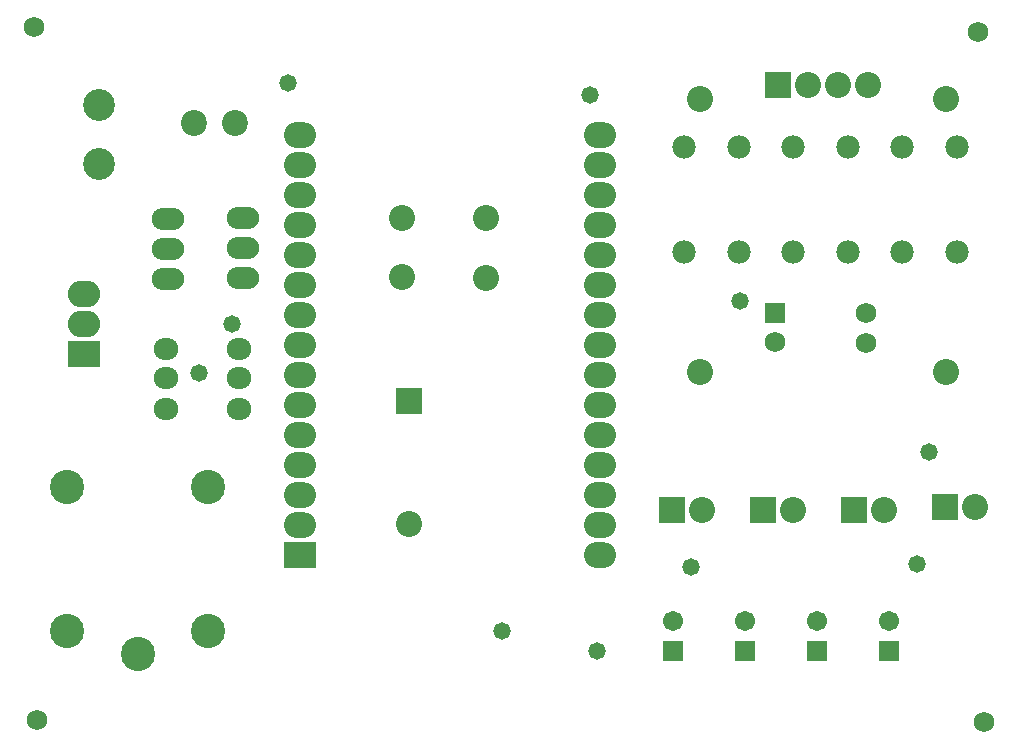
<source format=gbs>
G04*
G04 #@! TF.GenerationSoftware,Altium Limited,Altium Designer,21.3.2 (30)*
G04*
G04 Layer_Color=16711935*
%FSTAX24Y24*%
%MOIN*%
G70*
G04*
G04 #@! TF.SameCoordinates,FD8D8422-8178-4DE3-8D18-A0C0927E7843*
G04*
G04*
G04 #@! TF.FilePolarity,Negative*
G04*
G01*
G75*
%ADD24C,0.0680*%
%ADD25C,0.1064*%
%ADD26O,0.0830X0.0730*%
%ADD27O,0.1080X0.0740*%
%ADD28R,0.1080X0.0880*%
%ADD29O,0.1080X0.0880*%
%ADD30R,0.0867X0.0867*%
%ADD31C,0.0867*%
%ADD32C,0.0867*%
%ADD33C,0.0866*%
%ADD34C,0.0780*%
%ADD35O,0.1064X0.0867*%
%ADD36R,0.1064X0.0867*%
%ADD37R,0.0671X0.0671*%
%ADD38C,0.0671*%
%ADD39C,0.1140*%
%ADD40R,0.0680X0.0680*%
%ADD41R,0.0867X0.0867*%
%ADD42C,0.0580*%
D24*
X02875Y02D02*
D03*
X0603Y01995D02*
D03*
X0601Y04295D02*
D03*
X02865Y0431D02*
D03*
X053351Y032603D02*
D03*
X05636Y032591D02*
D03*
Y033594D02*
D03*
D25*
X030787Y04051D02*
D03*
Y038542D02*
D03*
D26*
X035478Y03238D02*
D03*
Y0314D02*
D03*
Y03039D02*
D03*
X03305Y03238D02*
D03*
Y0314D02*
D03*
Y03039D02*
D03*
D27*
X0331Y0367D02*
D03*
Y0357D02*
D03*
Y0347D02*
D03*
X035603Y03675D02*
D03*
Y03575D02*
D03*
Y03475D02*
D03*
D28*
X0303Y0322D02*
D03*
D29*
Y0332D02*
D03*
Y0342D02*
D03*
D30*
X0499Y027D02*
D03*
X05345Y041175D02*
D03*
X052933Y027D02*
D03*
X055967D02*
D03*
X059Y0271D02*
D03*
D31*
X0509Y027D02*
D03*
X05445Y041175D02*
D03*
X05545D02*
D03*
X05645D02*
D03*
X0409Y03675D02*
D03*
Y034769D02*
D03*
X0437Y036741D02*
D03*
Y034759D02*
D03*
X053933Y027D02*
D03*
X056967D02*
D03*
X04115Y026541D02*
D03*
X06Y0271D02*
D03*
D32*
X05085Y040725D02*
D03*
X05905D02*
D03*
Y031625D02*
D03*
X05085D02*
D03*
D33*
X033963Y0399D02*
D03*
X035337D02*
D03*
D34*
X0503Y0356D02*
D03*
Y0391D02*
D03*
X05212Y0356D02*
D03*
Y0391D02*
D03*
X05576Y0356D02*
D03*
Y0391D02*
D03*
X05394Y0356D02*
D03*
Y0391D02*
D03*
X05758Y0356D02*
D03*
Y0391D02*
D03*
X0594Y0356D02*
D03*
Y0391D02*
D03*
D35*
X0475Y0365D02*
D03*
Y0335D02*
D03*
Y0345D02*
D03*
Y0355D02*
D03*
Y0325D02*
D03*
Y0315D02*
D03*
Y0285D02*
D03*
Y0275D02*
D03*
Y0265D02*
D03*
Y0255D02*
D03*
Y0395D02*
D03*
Y0375D02*
D03*
Y0295D02*
D03*
Y0305D02*
D03*
Y0385D02*
D03*
X0375Y0315D02*
D03*
Y0295D02*
D03*
Y0305D02*
D03*
Y0325D02*
D03*
Y0335D02*
D03*
Y0345D02*
D03*
Y0355D02*
D03*
Y0365D02*
D03*
Y0375D02*
D03*
Y0385D02*
D03*
Y0395D02*
D03*
Y0275D02*
D03*
Y0285D02*
D03*
Y0265D02*
D03*
D36*
Y0255D02*
D03*
D37*
X04995Y0223D02*
D03*
X05235D02*
D03*
X05475D02*
D03*
X05715D02*
D03*
D38*
X04995Y0233D02*
D03*
X05235D02*
D03*
X05475D02*
D03*
X05715D02*
D03*
D39*
X029724Y027791D02*
D03*
X034448Y022987D02*
D03*
X029724D02*
D03*
X032086Y0222D02*
D03*
X034448Y027791D02*
D03*
D40*
X05334Y033594D02*
D03*
D41*
X04115Y030659D02*
D03*
D42*
X04717Y04085D02*
D03*
X047387Y0223D02*
D03*
X044231Y022987D02*
D03*
X03413Y03158D02*
D03*
X03709Y04125D02*
D03*
X05217Y03397D02*
D03*
X03525Y03323D02*
D03*
X05052Y02513D02*
D03*
X05847Y02896D02*
D03*
X05808Y0252D02*
D03*
M02*

</source>
